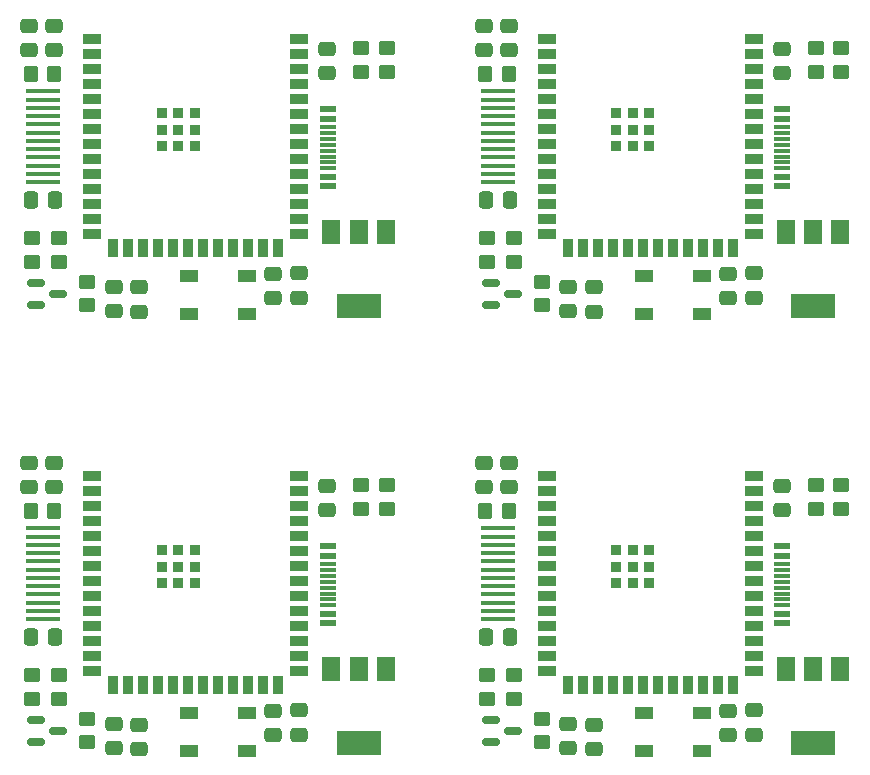
<source format=gtp>
G04 #@! TF.GenerationSoftware,KiCad,Pcbnew,6.0.4-6f826c9f35~116~ubuntu20.04.1*
G04 #@! TF.CreationDate,2022-04-01T21:21:36+11:00*
G04 #@! TF.ProjectId,panel,70616e65-6c2e-46b6-9963-61645f706362,rev?*
G04 #@! TF.SameCoordinates,Original*
G04 #@! TF.FileFunction,Paste,Top*
G04 #@! TF.FilePolarity,Positive*
%FSLAX46Y46*%
G04 Gerber Fmt 4.6, Leading zero omitted, Abs format (unit mm)*
G04 Created by KiCad (PCBNEW 6.0.4-6f826c9f35~116~ubuntu20.04.1) date 2022-04-01 21:21:36*
%MOMM*%
%LPD*%
G01*
G04 APERTURE LIST*
G04 Aperture macros list*
%AMRoundRect*
0 Rectangle with rounded corners*
0 $1 Rounding radius*
0 $2 $3 $4 $5 $6 $7 $8 $9 X,Y pos of 4 corners*
0 Add a 4 corners polygon primitive as box body*
4,1,4,$2,$3,$4,$5,$6,$7,$8,$9,$2,$3,0*
0 Add four circle primitives for the rounded corners*
1,1,$1+$1,$2,$3*
1,1,$1+$1,$4,$5*
1,1,$1+$1,$6,$7*
1,1,$1+$1,$8,$9*
0 Add four rect primitives between the rounded corners*
20,1,$1+$1,$2,$3,$4,$5,0*
20,1,$1+$1,$4,$5,$6,$7,0*
20,1,$1+$1,$6,$7,$8,$9,0*
20,1,$1+$1,$8,$9,$2,$3,0*%
G04 Aperture macros list end*
%ADD10RoundRect,0.250000X0.475000X-0.337500X0.475000X0.337500X-0.475000X0.337500X-0.475000X-0.337500X0*%
%ADD11RoundRect,0.250000X-0.450000X0.350000X-0.450000X-0.350000X0.450000X-0.350000X0.450000X0.350000X0*%
%ADD12R,3.000000X0.350000*%
%ADD13R,1.500000X0.900000*%
%ADD14R,0.900000X1.500000*%
%ADD15R,0.900000X0.900000*%
%ADD16RoundRect,0.150000X-0.587500X-0.150000X0.587500X-0.150000X0.587500X0.150000X-0.587500X0.150000X0*%
%ADD17R,1.450000X0.600000*%
%ADD18R,1.450000X0.300000*%
%ADD19RoundRect,0.250000X0.450000X-0.350000X0.450000X0.350000X-0.450000X0.350000X-0.450000X-0.350000X0*%
%ADD20RoundRect,0.250000X-0.475000X0.337500X-0.475000X-0.337500X0.475000X-0.337500X0.475000X0.337500X0*%
%ADD21R,1.500000X2.000000*%
%ADD22R,3.800000X2.000000*%
%ADD23RoundRect,0.250000X-0.350000X-0.450000X0.350000X-0.450000X0.350000X0.450000X-0.350000X0.450000X0*%
%ADD24R,1.500000X1.000000*%
%ADD25RoundRect,0.250000X-0.337500X-0.475000X0.337500X-0.475000X0.337500X0.475000X-0.337500X0.475000X0*%
G04 APERTURE END LIST*
D10*
X60174999Y-81687502D03*
X60174999Y-79612502D03*
D11*
X39874999Y-62324999D03*
X39874999Y-64324999D03*
D12*
X36124999Y-90900002D03*
X36124999Y-90200002D03*
X36124999Y-89500002D03*
X36124999Y-88800002D03*
X36124999Y-88100002D03*
X36124999Y-87400002D03*
X36124999Y-86700002D03*
X36124999Y-86000002D03*
X36124999Y-85300002D03*
X36124999Y-84600002D03*
X36124999Y-83900002D03*
X36124999Y-83200002D03*
D13*
X40299999Y-78740002D03*
X40299999Y-80010002D03*
X40299999Y-81280002D03*
X40299999Y-82550002D03*
X40299999Y-83820002D03*
X40299999Y-85090002D03*
X40299999Y-86360002D03*
X40299999Y-87630002D03*
X40299999Y-88900002D03*
X40299999Y-90170002D03*
X40299999Y-91440002D03*
X40299999Y-92710002D03*
X40299999Y-93980002D03*
X40299999Y-95250002D03*
D14*
X42064999Y-96500002D03*
X43334999Y-96500002D03*
X44604999Y-96500002D03*
X45874999Y-96500002D03*
X47144999Y-96500002D03*
X48414999Y-96500002D03*
X49684999Y-96500002D03*
X50954999Y-96500002D03*
X52224999Y-96500002D03*
X53494999Y-96500002D03*
X54764999Y-96500002D03*
X56034999Y-96500002D03*
D13*
X57799999Y-95250002D03*
X57799999Y-93980002D03*
X57799999Y-92710002D03*
X57799999Y-91440002D03*
X57799999Y-90170002D03*
X57799999Y-88900002D03*
X57799999Y-87630002D03*
X57799999Y-86360002D03*
X57799999Y-85090002D03*
X57799999Y-83820002D03*
X57799999Y-82550002D03*
X57799999Y-81280002D03*
X57799999Y-80010002D03*
X57799999Y-78740002D03*
D15*
X48949999Y-86460002D03*
X48949999Y-85060002D03*
X46149999Y-87860002D03*
X46149999Y-86460002D03*
X46149999Y-85060002D03*
X48949999Y-87860002D03*
X47549999Y-86460002D03*
X47549999Y-85060002D03*
X47549999Y-87860002D03*
D16*
X74037502Y-99400002D03*
X74037502Y-101300002D03*
X75912502Y-100350002D03*
D17*
X98705002Y-54224999D03*
X98705002Y-53424999D03*
D18*
X98705002Y-52224999D03*
X98705002Y-51224999D03*
X98705002Y-50724999D03*
X98705002Y-49724999D03*
D17*
X98705002Y-48524999D03*
X98705002Y-47724999D03*
X98705002Y-47724999D03*
X98705002Y-48524999D03*
D18*
X98705002Y-49224999D03*
X98705002Y-50224999D03*
X98705002Y-51724999D03*
X98705002Y-52724999D03*
D17*
X98705002Y-53424999D03*
X98705002Y-54224999D03*
D16*
X35537499Y-62399999D03*
X35537499Y-64299999D03*
X37412499Y-63349999D03*
D13*
X78800002Y-41739999D03*
X78800002Y-43009999D03*
X78800002Y-44279999D03*
X78800002Y-45549999D03*
X78800002Y-46819999D03*
X78800002Y-48089999D03*
X78800002Y-49359999D03*
X78800002Y-50629999D03*
X78800002Y-51899999D03*
X78800002Y-53169999D03*
X78800002Y-54439999D03*
X78800002Y-55709999D03*
X78800002Y-56979999D03*
X78800002Y-58249999D03*
D14*
X80565002Y-59499999D03*
X81835002Y-59499999D03*
X83105002Y-59499999D03*
X84375002Y-59499999D03*
X85645002Y-59499999D03*
X86915002Y-59499999D03*
X88185002Y-59499999D03*
X89455002Y-59499999D03*
X90725002Y-59499999D03*
X91995002Y-59499999D03*
X93265002Y-59499999D03*
X94535002Y-59499999D03*
D13*
X96300002Y-58249999D03*
X96300002Y-56979999D03*
X96300002Y-55709999D03*
X96300002Y-54439999D03*
X96300002Y-53169999D03*
X96300002Y-51899999D03*
X96300002Y-50629999D03*
X96300002Y-49359999D03*
X96300002Y-48089999D03*
X96300002Y-46819999D03*
X96300002Y-45549999D03*
X96300002Y-44279999D03*
X96300002Y-43009999D03*
X96300002Y-41739999D03*
D15*
X86050002Y-49459999D03*
X87450002Y-50859999D03*
X87450002Y-49459999D03*
X84650002Y-48059999D03*
X84650002Y-49459999D03*
X86050002Y-50859999D03*
X84650002Y-50859999D03*
X87450002Y-48059999D03*
X86050002Y-48059999D03*
D19*
X37449999Y-97625002D03*
X37449999Y-95625002D03*
D13*
X78800002Y-78740002D03*
X78800002Y-80010002D03*
X78800002Y-81280002D03*
X78800002Y-82550002D03*
X78800002Y-83820002D03*
X78800002Y-85090002D03*
X78800002Y-86360002D03*
X78800002Y-87630002D03*
X78800002Y-88900002D03*
X78800002Y-90170002D03*
X78800002Y-91440002D03*
X78800002Y-92710002D03*
X78800002Y-93980002D03*
X78800002Y-95250002D03*
D14*
X80565002Y-96500002D03*
X81835002Y-96500002D03*
X83105002Y-96500002D03*
X84375002Y-96500002D03*
X85645002Y-96500002D03*
X86915002Y-96500002D03*
X88185002Y-96500002D03*
X89455002Y-96500002D03*
X90725002Y-96500002D03*
X91995002Y-96500002D03*
X93265002Y-96500002D03*
X94535002Y-96500002D03*
D13*
X96300002Y-95250002D03*
X96300002Y-93980002D03*
X96300002Y-92710002D03*
X96300002Y-91440002D03*
X96300002Y-90170002D03*
X96300002Y-88900002D03*
X96300002Y-87630002D03*
X96300002Y-86360002D03*
X96300002Y-85090002D03*
X96300002Y-83820002D03*
X96300002Y-82550002D03*
X96300002Y-81280002D03*
X96300002Y-80010002D03*
X96300002Y-78740002D03*
D15*
X86050002Y-87860002D03*
X87450002Y-87860002D03*
X86050002Y-86460002D03*
X86050002Y-85060002D03*
X84650002Y-86460002D03*
X87450002Y-86460002D03*
X87450002Y-85060002D03*
X84650002Y-85060002D03*
X84650002Y-87860002D03*
D12*
X36124999Y-53899999D03*
X36124999Y-53199999D03*
X36124999Y-52499999D03*
X36124999Y-51799999D03*
X36124999Y-51099999D03*
X36124999Y-50399999D03*
X36124999Y-49699999D03*
X36124999Y-48999999D03*
X36124999Y-48299999D03*
X36124999Y-47599999D03*
X36124999Y-46899999D03*
X36124999Y-46199999D03*
D20*
X57799999Y-61599999D03*
X57799999Y-63674999D03*
D19*
X75950002Y-97625002D03*
X75950002Y-95625002D03*
D10*
X55599999Y-100712502D03*
X55599999Y-98637502D03*
D16*
X74037502Y-62399999D03*
X74037502Y-64299999D03*
X75912502Y-63349999D03*
D10*
X82750002Y-101887502D03*
X82750002Y-99812502D03*
X94100002Y-63712499D03*
X94100002Y-61637499D03*
D11*
X35174999Y-58649999D03*
X35174999Y-60649999D03*
D21*
X103625002Y-95100002D03*
X101325002Y-95100002D03*
D22*
X101325002Y-101400002D03*
D21*
X99025002Y-95100002D03*
D19*
X63074999Y-81575002D03*
X63074999Y-79575002D03*
D23*
X73575002Y-44724999D03*
X75575002Y-44724999D03*
D17*
X98705002Y-91225002D03*
X98705002Y-90425002D03*
D18*
X98705002Y-89225002D03*
X98705002Y-88225002D03*
X98705002Y-87725002D03*
X98705002Y-86725002D03*
D17*
X98705002Y-85525002D03*
X98705002Y-84725002D03*
X98705002Y-84725002D03*
X98705002Y-85525002D03*
D18*
X98705002Y-86225002D03*
X98705002Y-87225002D03*
X98705002Y-88725002D03*
X98705002Y-89725002D03*
D17*
X98705002Y-90425002D03*
X98705002Y-91225002D03*
D19*
X75950002Y-60624999D03*
X75950002Y-58624999D03*
D21*
X103625002Y-58099999D03*
X101325002Y-58099999D03*
D22*
X101325002Y-64399999D03*
D21*
X99025002Y-58099999D03*
D10*
X82750002Y-64887499D03*
X82750002Y-62812499D03*
D20*
X96300002Y-98600002D03*
X96300002Y-100675002D03*
D11*
X78375002Y-99325002D03*
X78375002Y-101325002D03*
D24*
X48474999Y-98825002D03*
X48474999Y-102025002D03*
X53374999Y-102025002D03*
X53374999Y-98825002D03*
D19*
X101575002Y-44574999D03*
X101575002Y-42574999D03*
D10*
X98675002Y-44687499D03*
X98675002Y-42612499D03*
D19*
X63074999Y-44574999D03*
X63074999Y-42574999D03*
D23*
X35074999Y-44724999D03*
X37074999Y-44724999D03*
D10*
X42099999Y-64837499D03*
X42099999Y-62762499D03*
X80600002Y-64837499D03*
X80600002Y-62762499D03*
X44249999Y-64887499D03*
X44249999Y-62812499D03*
X60174999Y-44687499D03*
X60174999Y-42612499D03*
D19*
X65199999Y-44574999D03*
X65199999Y-42574999D03*
D23*
X35074999Y-81725002D03*
X37074999Y-81725002D03*
D10*
X37074999Y-79712502D03*
X37074999Y-77637502D03*
X73450002Y-42737499D03*
X73450002Y-40662499D03*
D19*
X103700002Y-81575002D03*
X103700002Y-79575002D03*
D24*
X86975002Y-98825002D03*
X86975002Y-102025002D03*
X91875002Y-102025002D03*
X91875002Y-98825002D03*
D25*
X35087499Y-55399999D03*
X37162499Y-55399999D03*
D19*
X103700002Y-44574999D03*
X103700002Y-42574999D03*
D17*
X60204999Y-54224999D03*
X60204999Y-53424999D03*
D18*
X60204999Y-52224999D03*
X60204999Y-51224999D03*
X60204999Y-50724999D03*
X60204999Y-49724999D03*
D17*
X60204999Y-48524999D03*
X60204999Y-47724999D03*
X60204999Y-47724999D03*
X60204999Y-48524999D03*
D18*
X60204999Y-49224999D03*
X60204999Y-50224999D03*
X60204999Y-51724999D03*
X60204999Y-52724999D03*
D17*
X60204999Y-53424999D03*
X60204999Y-54224999D03*
D25*
X35087499Y-92400002D03*
X37162499Y-92400002D03*
D10*
X44249999Y-101887502D03*
X44249999Y-99812502D03*
X34949999Y-42737499D03*
X34949999Y-40662499D03*
X42099999Y-101837502D03*
X42099999Y-99762502D03*
D11*
X35174999Y-95650002D03*
X35174999Y-97650002D03*
D25*
X73587502Y-92400002D03*
X75662502Y-92400002D03*
D21*
X65124999Y-95100002D03*
X62824999Y-95100002D03*
D22*
X62824999Y-101400002D03*
D21*
X60524999Y-95100002D03*
D23*
X73575002Y-81725002D03*
X75575002Y-81725002D03*
D11*
X73675002Y-95650002D03*
X73675002Y-97650002D03*
D10*
X80600002Y-101837502D03*
X80600002Y-99762502D03*
D11*
X78375002Y-62324999D03*
X78375002Y-64324999D03*
D17*
X60204999Y-91225002D03*
X60204999Y-90425002D03*
D18*
X60204999Y-89225002D03*
X60204999Y-88225002D03*
X60204999Y-87725002D03*
X60204999Y-86725002D03*
D17*
X60204999Y-85525002D03*
X60204999Y-84725002D03*
X60204999Y-84725002D03*
X60204999Y-85525002D03*
D18*
X60204999Y-86225002D03*
X60204999Y-87225002D03*
X60204999Y-88725002D03*
X60204999Y-89725002D03*
D17*
X60204999Y-90425002D03*
X60204999Y-91225002D03*
D19*
X37449999Y-60624999D03*
X37449999Y-58624999D03*
D12*
X74625002Y-53899999D03*
X74625002Y-53199999D03*
X74625002Y-52499999D03*
X74625002Y-51799999D03*
X74625002Y-51099999D03*
X74625002Y-50399999D03*
X74625002Y-49699999D03*
X74625002Y-48999999D03*
X74625002Y-48299999D03*
X74625002Y-47599999D03*
X74625002Y-46899999D03*
X74625002Y-46199999D03*
D10*
X34949999Y-79737502D03*
X34949999Y-77662502D03*
X37074999Y-42712499D03*
X37074999Y-40637499D03*
D16*
X35537499Y-99400002D03*
X35537499Y-101300002D03*
X37412499Y-100350002D03*
D10*
X75575002Y-42712499D03*
X75575002Y-40637499D03*
X94100002Y-100712502D03*
X94100002Y-98637502D03*
D20*
X57799999Y-98600002D03*
X57799999Y-100675002D03*
D10*
X55599999Y-63712499D03*
X55599999Y-61637499D03*
D21*
X65124999Y-58099999D03*
D22*
X62824999Y-64399999D03*
D21*
X62824999Y-58099999D03*
X60524999Y-58099999D03*
D11*
X39874999Y-99325002D03*
X39874999Y-101325002D03*
D12*
X74625002Y-90900002D03*
X74625002Y-90200002D03*
X74625002Y-89500002D03*
X74625002Y-88800002D03*
X74625002Y-88100002D03*
X74625002Y-87400002D03*
X74625002Y-86700002D03*
X74625002Y-86000002D03*
X74625002Y-85300002D03*
X74625002Y-84600002D03*
X74625002Y-83900002D03*
X74625002Y-83200002D03*
D24*
X48474999Y-61824999D03*
X48474999Y-65024999D03*
X53374999Y-65024999D03*
X53374999Y-61824999D03*
D13*
X40299999Y-41739999D03*
X40299999Y-43009999D03*
X40299999Y-44279999D03*
X40299999Y-45549999D03*
X40299999Y-46819999D03*
X40299999Y-48089999D03*
X40299999Y-49359999D03*
X40299999Y-50629999D03*
X40299999Y-51899999D03*
X40299999Y-53169999D03*
X40299999Y-54439999D03*
X40299999Y-55709999D03*
X40299999Y-56979999D03*
X40299999Y-58249999D03*
D14*
X42064999Y-59499999D03*
X43334999Y-59499999D03*
X44604999Y-59499999D03*
X45874999Y-59499999D03*
X47144999Y-59499999D03*
X48414999Y-59499999D03*
X49684999Y-59499999D03*
X50954999Y-59499999D03*
X52224999Y-59499999D03*
X53494999Y-59499999D03*
X54764999Y-59499999D03*
X56034999Y-59499999D03*
D13*
X57799999Y-58249999D03*
X57799999Y-56979999D03*
X57799999Y-55709999D03*
X57799999Y-54439999D03*
X57799999Y-53169999D03*
X57799999Y-51899999D03*
X57799999Y-50629999D03*
X57799999Y-49359999D03*
X57799999Y-48089999D03*
X57799999Y-46819999D03*
X57799999Y-45549999D03*
X57799999Y-44279999D03*
X57799999Y-43009999D03*
X57799999Y-41739999D03*
D15*
X48949999Y-49459999D03*
X47549999Y-49459999D03*
X48949999Y-50859999D03*
X47549999Y-48059999D03*
X47549999Y-50859999D03*
X48949999Y-48059999D03*
X46149999Y-50859999D03*
X46149999Y-48059999D03*
X46149999Y-49459999D03*
D19*
X101575002Y-81575002D03*
X101575002Y-79575002D03*
D10*
X73450002Y-79737502D03*
X73450002Y-77662502D03*
D20*
X96300002Y-61599999D03*
X96300002Y-63674999D03*
D24*
X86975002Y-61824999D03*
X86975002Y-65024999D03*
X91875002Y-65024999D03*
X91875002Y-61824999D03*
D11*
X73675002Y-58649999D03*
X73675002Y-60649999D03*
D19*
X65199999Y-81575002D03*
X65199999Y-79575002D03*
D10*
X75575002Y-79712502D03*
X75575002Y-77637502D03*
D25*
X73587502Y-55399999D03*
X75662502Y-55399999D03*
D10*
X98675002Y-81687502D03*
X98675002Y-79612502D03*
M02*

</source>
